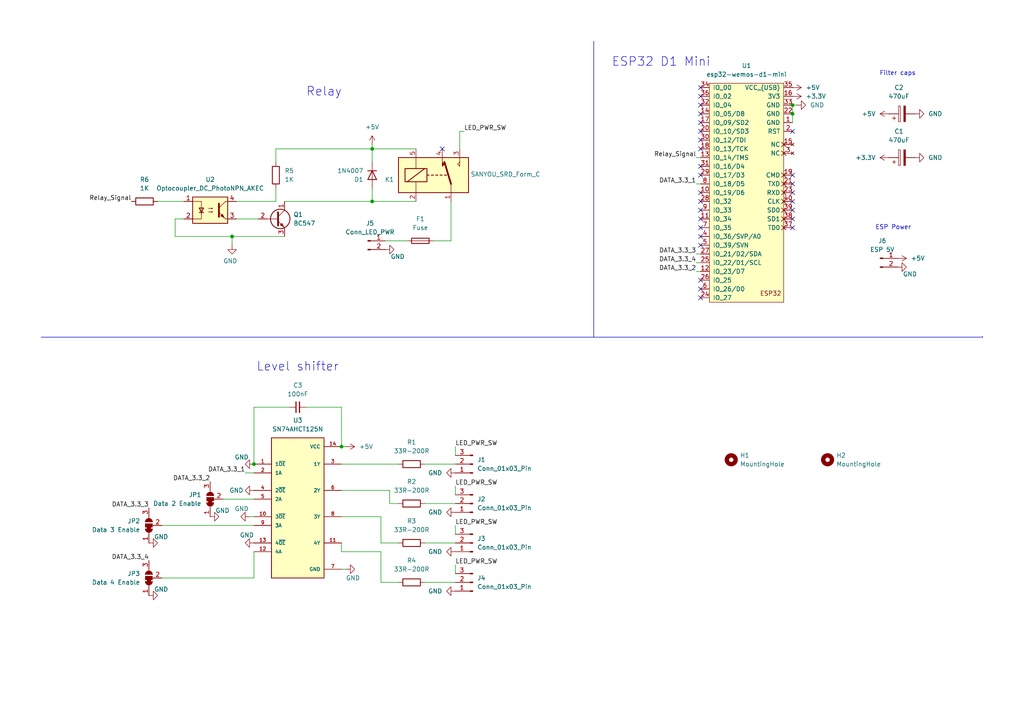
<source format=kicad_sch>
(kicad_sch (version 20250114) (generator "eeschema") (generator_version "9.0")
  (paper "A4")
  (title_block (title "ESP32-ALED-Controller") (date "2025-11-28") (rev "V1.1") (company "Teknikens Hus"))
  (lib_symbols
    (symbol "Connector:Conn_01x02_Pin" (pin_names (offset 1.016) (hide yes))
      (property "Reference" "J" (at 0 2.54 0))
      (property "Value" "Conn_01x02_Pin" (at 0 -5.08 0))
      (symbol "Conn_01x02_Pin_1_1"
        (rectangle (start 0.8636 0.127) (end 0 -0.127) (stroke (width 0.1524)) (fill (type outline)))
        (rectangle (start 0.8636 -2.413) (end 0 -2.667) (stroke (width 0.1524)) (fill (type outline)))
        (polyline (pts (xy 1.27 0) (xy 0.8636 0)) (stroke (width 0.1524)))
        (polyline (pts (xy 1.27 -2.54) (xy 0.8636 -2.54)) (stroke (width 0.1524)))
        (pin passive line (at 5.08 0 180) (length 3.81) (name "Pin_1") (number "1"))
        (pin passive line (at 5.08 -2.54 180) (length 3.81) (name "Pin_2") (number "2"))
      )
    )
    (symbol "Connector:Conn_01x03_Pin" (pin_names (offset 1.016) (hide yes))
      (property "Reference" "J" (at 0 5.08 0))
      (property "Value" "Conn_01x03_Pin" (at 0 -5.08 0))
      (symbol "Conn_01x03_Pin_1_1"
        (rectangle (start 0.8636 2.667) (end 0 2.413) (stroke (width 0.1524)) (fill (type outline)))
        (rectangle (start 0.8636 0.127) (end 0 -0.127) (stroke (width 0.1524)) (fill (type outline)))
        (rectangle (start 0.8636 -2.413) (end 0 -2.667) (stroke (width 0.1524)) (fill (type outline)))
        (polyline (pts (xy 1.27 2.54) (xy 0.8636 2.54)) (stroke (width 0.1524)))
        (polyline (pts (xy 1.27 0) (xy 0.8636 0)) (stroke (width 0.1524)))
        (polyline (pts (xy 1.27 -2.54) (xy 0.8636 -2.54)) (stroke (width 0.1524)))
        (pin passive line (at 5.08 2.54 180) (length 3.81) (name "Pin_1") (number "1"))
        (pin passive line (at 5.08 0 180) (length 3.81) (name "Pin_2") (number "2"))
        (pin passive line (at 5.08 -2.54 180) (length 3.81) (name "Pin_3") (number "3"))
      )
    )
    (symbol "Device:C_Polarized" (pin_numbers (hide yes)) (pin_names (offset 0.254))
      (property "Reference" "C" (at 0.635 2.54 0))
      (property "Value" "C_Polarized" (at 0.635 -2.54 0))
      (symbol "C_Polarized_0_1"
        (rectangle (start -2.286 0.508) (end 2.286 1.016))
        (polyline (pts (xy -1.778 2.286) (xy -0.762 2.286)))
        (polyline (pts (xy -1.27 2.794) (xy -1.27 1.778)))
        (rectangle (start 2.286 -0.508) (end -2.286 -1.016) (fill (type outline)))
      )
      (symbol "C_Polarized_1_1"
        (pin passive line (at 0 3.81 270) (length 2.794) (name "~") (number "1"))
        (pin passive line (at 0 -3.81 90) (length 2.794) (name "~") (number "2"))
      )
    )
    (symbol "Device:C_Small" (pin_numbers (hide yes)) (pin_names (offset 0.254) (hide yes))
      (property "Reference" "C" (at 0.254 1.778 0))
      (property "Value" "C_Small" (at 0.254 -2.032 0))
      (symbol "C_Small_0_1"
        (polyline (pts (xy -1.524 0.508) (xy 1.524 0.508)) (stroke (width 0.3048)))
        (polyline (pts (xy -1.524 -0.508) (xy 1.524 -0.508)) (stroke (width 0.3302)))
      )
      (symbol "C_Small_1_1"
        (pin passive line (at 0 2.54 270) (length 2.032) (name "~") (number "1"))
        (pin passive line (at 0 -2.54 90) (length 2.032) (name "~") (number "2"))
      )
    )
    (symbol "Device:Fuse" (pin_numbers (hide yes)) (pin_names (offset 0))
      (property "Reference" "F" (at 2.032 0 90))
      (property "Value" "Fuse" (at -1.905 0 90))
      (symbol "Fuse_0_1"
        (rectangle (start -0.762 -2.54) (end 0.762 2.54) (stroke (width 0.254)))
        (polyline (pts (xy 0 2.54) (xy 0 -2.54)))
      )
      (symbol "Fuse_1_1"
        (pin passive line (at 0 3.81 270) (length 1.27) (name "~") (number "1"))
        (pin passive line (at 0 -3.81 90) (length 1.27) (name "~") (number "2"))
      )
    )
    (symbol "Device:R" (pin_numbers (hide yes)) (pin_names (offset 0))
      (property "Reference" "R" (at 2.032 0 90))
      (property "Value" "R" (at 0 0 90))
      (symbol "R_0_1"
        (rectangle (start -1.016 -2.54) (end 1.016 2.54) (stroke (width 0.254)))
      )
      (symbol "R_1_1"
        (pin passive line (at 0 3.81 270) (length 1.27) (name "~") (number "1"))
        (pin passive line (at 0 -3.81 90) (length 1.27) (name "~") (number "2"))
      )
    )
    (symbol "Diode:1N4007" (pin_numbers (hide yes)) (pin_names (hide yes))
      (property "Reference" "D" (at 0 2.54 0))
      (property "Value" "1N4007" (at 0 -2.54 0))
      (symbol "1N4007_0_1"
        (polyline (pts (xy -1.27 1.27) (xy -1.27 -1.27)) (stroke (width 0.254)))
        (polyline (pts (xy 1.27 1.27) (xy 1.27 -1.27) (xy -1.27 0) (xy 1.27 1.27)) (stroke (width 0.254)))
        (polyline (pts (xy 1.27 0) (xy -1.27 0)))
      )
      (symbol "1N4007_1_1"
        (pin passive line (at -3.81 0 0) (length 2.54) (name "K") (number "1"))
        (pin passive line (at 3.81 0 180) (length 2.54) (name "A") (number "2"))
      )
    )
    (symbol "Isolator:Optocoupler_DC_PhotoNPN_AKEC"
      (property "Reference" "U" (at -5.08 5.08 0))
      (property "Value" "Optocoupler_DC_PhotoNPN_AKEC" (at 0 5.08 0))
      (symbol "Optocoupler_DC_PhotoNPN_AKEC_0_1"
        (rectangle (start -5.08 3.81) (end 5.08 -3.81) (stroke (width 0.254)) (fill (type background)))
        (polyline (pts (xy -5.08 2.54) (xy -2.54 2.54) (xy -2.54 -1.27) (xy -2.54 0.635)))
        (polyline (pts (xy -3.175 -0.635) (xy -1.905 -0.635)) (stroke (width 0.254)))
        (polyline (pts (xy -2.54 -0.635) (xy -2.54 -2.54) (xy -5.08 -2.54)))
        (polyline (pts (xy -2.54 -0.635) (xy -3.175 0.635) (xy -1.905 0.635) (xy -2.54 -0.635)) (stroke (width 0.254)))
        (polyline (pts (xy -0.508 0.508) (xy 0.762 0.508) (xy 0.381 0.381) (xy 0.381 0.635) (xy 0.762 0.508)))
        (polyline (pts (xy -0.508 -0.508) (xy 0.762 -0.508) (xy 0.381 -0.635) (xy 0.381 -0.381) (xy 0.762 -0.508)))
        (polyline (pts (xy 2.54 1.905) (xy 2.54 -1.905)) (stroke (width 0.508)))
        (polyline (pts (xy 2.54 0.635) (xy 4.445 2.54)))
        (polyline (pts (xy 3.048 -1.651) (xy 3.556 -1.143) (xy 4.064 -2.159) (xy 3.048 -1.651)) (fill (type outline)))
        (polyline (pts (xy 4.445 2.54) (xy 5.08 2.54)))
        (polyline (pts (xy 4.445 -2.54) (xy 2.54 -0.635)) (fill (type outline)))
        (polyline (pts (xy 4.445 -2.54) (xy 5.08 -2.54)))
      )
      (symbol "Optocoupler_DC_PhotoNPN_AKEC_1_1"
        (pin passive line (at -7.62 2.54 0) (length 2.54) (name "~") (number "1"))
        (pin passive line (at -7.62 -2.54 0) (length 2.54) (name "~") (number "2"))
        (pin passive line (at 7.62 2.54 180) (length 2.54) (name "~") (number "4"))
        (pin passive line (at 7.62 -2.54 180) (length 2.54) (name "~") (number "3"))
      )
    )
    (symbol "Jumper:SolderJumper_3_Bridged12" (pin_names (offset 0) (hide yes)) (in_bom no)
      (property "Reference" "JP" (at -2.54 -2.54 0))
      (property "Value" "SolderJumper_3_Bridged12" (at 0 2.794 0))
      (symbol "SolderJumper_3_Bridged12_0_1"
        (polyline (pts (xy -2.54 0) (xy -2.032 0)))
        (polyline (pts (xy -1.016 1.016) (xy -1.016 -1.016)))
        (rectangle (start -1.016 0.508) (end -0.508 -0.508) (fill (type outline)))
        (arc (start -1.016 -1.016) (mid -2.0276 0) (end -1.016 1.016))
        (arc (start -1.016 -1.016) (mid -2.0276 0) (end -1.016 1.016) (fill (type outline)))
        (rectangle (start -0.508 1.016) (end 0.508 -1.016) (fill (type outline)))
        (polyline (pts (xy 0 -1.27) (xy 0 -1.016)))
        (arc (start 1.016 1.016) (mid 2.0276 0) (end 1.016 -1.016))
        (arc (start 1.016 1.016) (mid 2.0276 0) (end 1.016 -1.016) (fill (type outline)))
        (polyline (pts (xy 1.016 1.016) (xy 1.016 -1.016)))
        (polyline (pts (xy 2.54 0) (xy 2.032 0)))
      )
      (symbol "SolderJumper_3_Bridged12_1_1"
        (pin passive line (at -5.08 0 0) (length 2.54) (name "A") (number "1"))
        (pin passive line (at 0 -3.81 90) (length 2.54) (name "C") (number "2"))
        (pin passive line (at 5.08 0 180) (length 2.54) (name "B") (number "3"))
      )
    )
    (symbol "Mechanical:MountingHole" (pin_names (offset 1.016)) (in_bom no)
      (property "Reference" "H" (at 0 5.08 0))
      (property "Value" "MountingHole" (at 0 3.175 0))
      (symbol "MountingHole_0_1"
        (circle (center 0 0) (radius 1.27) (stroke (width 1.27)))
      )
    )
    (symbol "Relay:SANYOU_SRD_Form_C"
      (property "Reference" "K" (at 11.43 3.81 0))
      (property "Value" "SANYOU_SRD_Form_C" (at 11.43 1.27 0))
      (symbol "SANYOU_SRD_Form_C_0_0"
        (polyline (pts (xy 7.62 5.08) (xy 7.62 2.54) (xy 6.985 3.175) (xy 7.62 3.81)))
      )
      (symbol "SANYOU_SRD_Form_C_0_1"
        (rectangle (start -10.16 5.08) (end 10.16 -5.08) (stroke (width 0.254)) (fill (type background)))
        (rectangle (start -8.255 1.905) (end -1.905 -1.905) (stroke (width 0.254)))
        (polyline (pts (xy -7.62 -1.905) (xy -2.54 1.905)) (stroke (width 0.254)))
        (polyline (pts (xy -5.08 5.08) (xy -5.08 1.905)))
        (polyline (pts (xy -5.08 -5.08) (xy -5.08 -1.905)))
        (polyline (pts (xy -1.905 0) (xy -1.27 0)) (stroke (width 0.254)))
        (polyline (pts (xy -0.635 0) (xy 0 0)) (stroke (width 0.254)))
        (polyline (pts (xy 0.635 0) (xy 1.27 0)) (stroke (width 0.254)))
        (polyline (pts (xy 1.905 0) (xy 2.54 0)) (stroke (width 0.254)))
        (polyline (pts (xy 3.175 0) (xy 3.81 0)) (stroke (width 0.254)))
        (polyline (pts (xy 5.08 -2.54) (xy 3.175 3.81)) (stroke (width 0.508)))
        (polyline (pts (xy 5.08 -2.54) (xy 5.08 -5.08)))
      )
      (symbol "SANYOU_SRD_Form_C_1_1"
        (polyline (pts (xy 2.54 3.81) (xy 3.175 3.175) (xy 2.54 2.54) (xy 2.54 5.08)) (fill (type outline)))
        (pin passive line (at -5.08 7.62 270) (length 2.54) (name "~") (number "5"))
        (pin passive line (at -5.08 -7.62 90) (length 2.54) (name "~") (number "2"))
        (pin passive line (at 2.54 7.62 270) (length 2.54) (name "~") (number "4"))
        (pin passive line (at 5.08 -7.62 90) (length 2.54) (name "~") (number "1"))
        (pin passive line (at 7.62 7.62 270) (length 2.54) (name "~") (number "3"))
      )
    )
    (symbol "SN74ACT125N:SN74AHCT125N" (pin_names (offset 1.016))
      (property "Reference" "U" (at -7.62 21.082 0))
      (property "Value" "SN74AHCT125N" (at -7.62 -22.86 0))
      (symbol "SN74AHCT125N_0_0"
        (rectangle (start -7.62 -20.32) (end 7.62 20.32) (stroke (width 0.254)) (fill (type background)))
        (pin input line (at -12.7 12.7 0) (length 5.08) (name "1~{OE}") (number "1"))
        (pin input line (at -12.7 10.16 0) (length 5.08) (name "1A") (number "2"))
        (pin input line (at -12.7 5.08 0) (length 5.08) (name "2~{OE}") (number "4"))
        (pin input line (at -12.7 2.54 0) (length 5.08) (name "2A") (number "5"))
        (pin input line (at -12.7 -2.54 0) (length 5.08) (name "3~{OE}") (number "10"))
        (pin input line (at -12.7 -5.08 0) (length 5.08) (name "3A") (number "9"))
        (pin input line (at -12.7 -10.16 0) (length 5.08) (name "4~{OE}") (number "13"))
        (pin input line (at -12.7 -12.7 0) (length 5.08) (name "4A") (number "12"))
        (pin power_in line (at 12.7 17.78 180) (length 5.08) (name "VCC") (number "14"))
        (pin output line (at 12.7 12.7 180) (length 5.08) (name "1Y") (number "3"))
        (pin output line (at 12.7 5.08 180) (length 5.08) (name "2Y") (number "6"))
        (pin output line (at 12.7 -2.54 180) (length 5.08) (name "3Y") (number "8"))
        (pin output line (at 12.7 -10.16 180) (length 5.08) (name "4Y") (number "11"))
        (pin power_in line (at 12.7 -17.78 180) (length 5.08) (name "GND") (number "7"))
      )
    )
    (symbol "Transistor_BJT:BC547" (pin_names (offset 0) (hide yes))
      (property "Reference" "Q" (at 5.08 1.905 0))
      (property "Value" "BC547" (at 5.08 0 0))
      (symbol "BC547_0_1"
        (polyline (pts (xy -2.54 0) (xy 0.635 0)))
        (polyline (pts (xy 0.635 1.905) (xy 0.635 -1.905)) (stroke (width 0.508)))
        (circle (center 1.27 0) (radius 2.8194) (stroke (width 0.254)))
      )
      (symbol "BC547_1_1"
        (polyline (pts (xy 0.635 0.635) (xy 2.54 2.54)))
        (polyline (pts (xy 0.635 -0.635) (xy 2.54 -2.54)))
        (polyline (pts (xy 1.27 -1.778) (xy 1.778 -1.27) (xy 2.286 -2.286) (xy 1.27 -1.778)) (fill (type outline)))
        (pin input line (at -5.08 0 0) (length 2.54) (name "B") (number "2"))
        (pin passive line (at 2.54 5.08 270) (length 2.54) (name "C") (number "1"))
        (pin passive line (at 2.54 -5.08 90) (length 2.54) (name "E") (number "3"))
      )
    )
    (symbol "esp32-wemos-d1-mini:esp32-wemos-d1-mini" (pin_names (offset 1.016))
      (property "Reference" "U" (at -7.62 -50.8 0))
      (property "Value" "esp32-wemos-d1-mini" (at 5.08 -59.69 0))
      (symbol "esp32-wemos-d1-mini_0_0"
        (text "ESP32" (at 7.62 -62.23 0) (effects (font (size 1.27 1.27))))
        (pin bidirectional line (at -12.7 -45.72 0) (length 2.54) (name "IO_36/SVP/A0") (number "4"))
        (pin bidirectional line (at -12.7 -48.26 0) (length 2.54) (name "IO_39/SVN") (number "5"))
        (pin power_in line (at 13.97 -12.7 180) (length 2.54) (name "GND") (number "1"))
        (pin input line (at 13.97 -15.24 180) (length 2.54) (name "RST") (number "2"))
        (pin no_connect non_logic (at 13.97 -21.59 180) (length 2.54) (name "NC") (number "3"))
      )
      (symbol "esp32-wemos-d1-mini_0_1"
        (rectangle (start -10.16 -1.27) (end 11.43 -64.77) (fill (type background)))
      )
      (symbol "esp32-wemos-d1-mini_1_1"
        (pin bidirectional line (at -12.7 -2.54 0) (length 2.54) (name "IO_00") (number "34"))
        (pin bidirectional line (at -12.7 -5.08 0) (length 2.54) (name "IO_02") (number "36"))
        (pin bidirectional line (at -12.7 -7.62 0) (length 2.54) (name "IO_04") (number "32"))
        (pin bidirectional line (at -12.7 -10.16 0) (length 2.54) (name "IO_05/D8") (number "14"))
        (pin bidirectional line (at -12.7 -12.7 0) (length 2.54) (name "IO_09/SD2") (number "17"))
        (pin bidirectional line (at -12.7 -15.24 0) (length 2.54) (name "IO_10/SD3") (number "20"))
        (pin bidirectional line (at -12.7 -17.78 0) (length 2.54) (name "IO_12/TDI") (number "30"))
        (pin bidirectional line (at -12.7 -20.32 0) (length 2.54) (name "IO_13/TCK") (number "18"))
        (pin bidirectional line (at -12.7 -22.86 0) (length 2.54) (name "IO_14/TMS") (number "13"))
        (pin bidirectional line (at -12.7 -25.4 0) (length 2.54) (name "IO_16/D4") (number "31"))
        (pin bidirectional line (at -12.7 -27.94 0) (length 2.54) (name "IO_17/D3") (number "29"))
        (pin bidirectional line (at -12.7 -30.48 0) (length 2.54) (name "IO_18/D5") (number "8"))
        (pin bidirectional line (at -12.7 -33.02 0) (length 2.54) (name "IO_19/D6") (number "10"))
        (pin bidirectional line (at -12.7 -35.56 0) (length 2.54) (name "IO_32") (number "28"))
        (pin bidirectional line (at -12.7 -38.1 0) (length 2.54) (name "IO_33") (number "9"))
        (pin bidirectional line (at -12.7 -40.64 0) (length 2.54) (name "IO_34") (number "11"))
        (pin bidirectional line (at -12.7 -43.18 0) (length 2.54) (name "IO_35") (number "7"))
        (pin bidirectional line (at -12.7 -50.8 0) (length 2.54) (name "IO_21/D2/SDA") (number "27"))
        (pin bidirectional line (at -12.7 -53.34 0) (length 2.54) (name "IO_22/D1/SCL") (number "25"))
        (pin bidirectional line (at -12.7 -55.88 0) (length 2.54) (name "IO_23/D7") (number "12"))
        (pin bidirectional line (at -12.7 -58.42 0) (length 2.54) (name "IO_25") (number "26"))
        (pin bidirectional line (at -12.7 -60.96 0) (length 2.54) (name "IO_26/D0") (number "6"))
        (pin bidirectional line (at -12.7 -63.5 0) (length 2.54) (name "IO_27") (number "24"))
        (pin power_in line (at 13.97 -2.54 180) (length 2.54) (name "VCC_(USB)") (number "35"))
        (pin power_in line (at 13.97 -5.08 180) (length 2.54) (name "3V3") (number "16"))
        (pin power_in line (at 13.97 -7.62 180) (length 2.54) (name "GND") (number "33"))
        (pin power_in line (at 13.97 -10.16 180) (length 2.54) (name "GND") (number "22"))
        (pin no_connect non_logic (at 13.97 -19.05 180) (length 2.54) (name "NC") (number "15"))
        (pin passive non_logic (at 13.97 -27.94 180) (length 2.54) (name "CMD") (number "19"))
        (pin passive non_logic (at 13.97 -30.48 180) (length 2.54) (name "TXD") (number "21"))
        (pin passive non_logic (at 13.97 -33.02 180) (length 2.54) (name "RXD") (number "23"))
        (pin passive non_logic (at 13.97 -35.56 180) (length 2.54) (name "CLK") (number "40"))
        (pin passive non_logic (at 13.97 -38.1 180) (length 2.54) (name "SD0") (number "39"))
        (pin passive non_logic (at 13.97 -40.64 180) (length 2.54) (name "SD1") (number "38"))
        (pin passive non_logic (at 13.97 -43.18 180) (length 2.54) (name "TD0") (number "37"))
      )
    )
    (symbol "power:+3.3V" (power) (pin_numbers (hide yes)) (pin_names (offset 0) (hide yes))
      (property "Value" "+3.3V" (at 0 3.556 0))
      (symbol "+3.3V_0_1"
        (polyline (pts (xy -0.762 1.27) (xy 0 2.54)))
        (polyline (pts (xy 0 2.54) (xy 0.762 1.27)))
        (polyline (pts (xy 0 0) (xy 0 2.54)))
      )
      (symbol "+3.3V_1_1"
        (pin power_in line (at 0 0 90) (length 0) (name "~") (number "1"))
      )
    )
    (symbol "power:+5V" (power) (pin_numbers (hide yes)) (pin_names (offset 0) (hide yes))
      (property "Value" "+5V" (at 0 3.556 0))
      (symbol "+5V_0_1"
        (polyline (pts (xy -0.762 1.27) (xy 0 2.54)))
        (polyline (pts (xy 0 2.54) (xy 0.762 1.27)))
        (polyline (pts (xy 0 0) (xy 0 2.54)))
      )
      (symbol "+5V_1_1"
        (pin power_in line (at 0 0 90) (length 0) (name "~") (number "1"))
      )
    )
    (symbol "power:GND" (power) (pin_numbers (hide yes)) (pin_names (offset 0) (hide yes))
      (property "Value" "GND" (at 0 -3.81 0))
      (symbol "GND_0_1"
        (polyline (pts (xy 0 0) (xy 0 -1.27) (xy 1.27 -1.27) (xy 0 -2.54) (xy -1.27 -1.27) (xy 0 -1.27)))
      )
      (symbol "GND_1_1"
        (pin power_in line (at 0 0 270) (length 0) (name "~") (number "1"))
      )
    )
  )
  (text "ESP Power" (at 259.08 66.04 0) (effects (font (size 1.27 1.27))))
  (text "Filter caps" (at 260.35 21.336 0) (effects (font (size 1.27 1.27))))
  (text "ESP32 D1 Mini\n" (at 191.77 18.034 0) (effects (font (size 2.54 2.54))))
  (text "Relay\n" (at 93.98 26.67 0) (effects (font (size 2.54 2.54))))
  (text "Level shifter" (at 86.36 106.426 0) (effects (font (size 2.54 2.54))))
  (junction (at 107.95 58.42))
  (junction (at 99.06 129.54))
  (junction (at 73.66 134.62))
  (junction (at 67.31 68.58))
  (junction (at 229.87 30.48))
  (junction (at 229.87 33.02))
  (junction (at 107.95 43.18))
  (no_connect (at 203.2 38.1))
  (no_connect (at 229.87 55.88))
  (no_connect (at 203.2 71.12))
  (no_connect (at 229.87 63.5))
  (no_connect (at 229.87 58.42))
  (no_connect (at 203.2 55.88))
  (no_connect (at 229.87 38.1))
  (no_connect (at 203.2 81.28))
  (no_connect (at 203.2 63.5))
  (no_connect (at 203.2 58.42))
  (no_connect (at 203.2 60.96))
  (no_connect (at 203.2 43.18))
  (no_connect (at 229.87 50.8))
  (no_connect (at 203.2 33.02))
  (no_connect (at 203.2 68.58))
  (no_connect (at 203.2 48.26))
  (no_connect (at 203.2 27.94))
  (no_connect (at 203.2 40.64))
  (no_connect (at 229.87 53.34))
  (no_connect (at 229.87 66.04))
  (no_connect (at 229.87 60.96))
  (no_connect (at 203.2 83.82))
  (no_connect (at 203.2 30.48))
  (no_connect (at 203.2 35.56))
  (no_connect (at 203.2 66.04))
  (no_connect (at 203.2 25.4))
  (no_connect (at 203.2 86.36))
  (no_connect (at 203.2 50.8))
  (no_connect (at 128.27 43.18))
  (polyline (pts (xy 172.212 97.79) (xy 284.988 97.79)))
  (wire (pts (xy 80.01 43.18) (xy 80.01 46.99)))
  (wire (pts (xy 120.65 58.42) (xy 107.95 58.42)))
  (wire (pts (xy 231.14 30.48) (xy 229.87 30.48)))
  (wire (pts (xy 201.93 45.72) (xy 203.2 45.72)))
  (wire (pts (xy 80.01 43.18) (xy 107.95 43.18)))
  (wire (pts (xy 229.87 33.02) (xy 229.87 35.56)))
  (wire (pts (xy 123.19 134.62) (xy 132.08 134.62)))
  (wire (pts (xy 99.06 134.62) (xy 115.57 134.62)))
  (wire (pts (xy 73.66 167.64) (xy 73.66 160.02)))
  (polyline (pts (xy 11.938 97.79) (xy 172.212 97.79)))
  (wire (pts (xy 107.95 41.91) (xy 107.95 43.18)))
  (wire (pts (xy 123.19 146.05) (xy 132.08 146.05)))
  (wire (pts (xy 100.33 165.1) (xy 99.06 165.1)))
  (wire (pts (xy 132.08 140.97) (xy 132.08 143.51)))
  (wire (pts (xy 46.99 152.4) (xy 73.66 152.4)))
  (wire (pts (xy 107.95 46.99) (xy 107.95 43.18)))
  (wire (pts (xy 99.06 142.24) (xy 113.03 142.24)))
  (wire (pts (xy 201.93 73.66) (xy 203.2 73.66)))
  (wire (pts (xy 64.77 144.78) (xy 73.66 144.78)))
  (wire (pts (xy 99.06 149.86) (xy 110.49 149.86)))
  (wire (pts (xy 50.8 63.5) (xy 50.8 68.58)))
  (wire (pts (xy 130.81 69.85) (xy 130.81 58.42)))
  (wire (pts (xy 82.55 58.42) (xy 107.95 58.42)))
  (wire (pts (xy 67.31 68.58) (xy 82.55 68.58)))
  (wire (pts (xy 201.93 53.34) (xy 203.2 53.34)))
  (wire (pts (xy 110.49 160.02) (xy 110.49 168.91)))
  (wire (pts (xy 80.01 58.42) (xy 80.01 54.61)))
  (wire (pts (xy 123.19 157.48) (xy 132.08 157.48)))
  (wire (pts (xy 68.58 63.5) (xy 74.93 63.5)))
  (wire (pts (xy 110.49 149.86) (xy 110.49 157.48)))
  (polyline (pts (xy 172.212 11.938) (xy 172.212 97.79)))
  (wire (pts (xy 99.06 160.02) (xy 99.06 157.48)))
  (wire (pts (xy 68.58 58.42) (xy 80.01 58.42)))
  (wire (pts (xy 71.12 137.16) (xy 73.66 137.16)))
  (wire (pts (xy 110.49 157.48) (xy 115.57 157.48)))
  (wire (pts (xy 107.95 43.18) (xy 120.65 43.18)))
  (polyline (pts (xy 284.988 97.536) (xy 284.988 97.79)))
  (wire (pts (xy 132.08 152.4) (xy 132.08 154.94)))
  (wire (pts (xy 53.34 63.5) (xy 50.8 63.5)))
  (wire (pts (xy 99.06 118.11) (xy 99.06 129.54)))
  (wire (pts (xy 201.93 78.74) (xy 203.2 78.74)))
  (wire (pts (xy 73.66 118.11) (xy 73.66 134.62)))
  (wire (pts (xy 201.93 76.2) (xy 203.2 76.2)))
  (wire (pts (xy 72.39 149.86) (xy 73.66 149.86)))
  (wire (pts (xy 133.35 38.1) (xy 134.62 38.1)))
  (wire (pts (xy 83.82 118.11) (xy 73.66 118.11)))
  (wire (pts (xy 229.87 30.48) (xy 229.87 33.02)))
  (wire (pts (xy 107.95 58.42) (xy 107.95 54.61)))
  (wire (pts (xy 111.76 69.85) (xy 118.11 69.85)))
  (wire (pts (xy 100.33 129.54) (xy 99.06 129.54)))
  (wire (pts (xy 67.31 71.12) (xy 67.31 68.58)))
  (wire (pts (xy 50.8 68.58) (xy 67.31 68.58)))
  (wire (pts (xy 46.99 167.64) (xy 73.66 167.64)))
  (wire (pts (xy 123.19 168.91) (xy 132.08 168.91)))
  (wire (pts (xy 45.72 58.42) (xy 53.34 58.42)))
  (wire (pts (xy 133.35 43.18) (xy 133.35 38.1)))
  (wire (pts (xy 132.08 129.54) (xy 132.08 132.08)))
  (wire (pts (xy 110.49 168.91) (xy 115.57 168.91)))
  (wire (pts (xy 99.06 160.02) (xy 110.49 160.02)))
  (wire (pts (xy 113.03 142.24) (xy 113.03 146.05)))
  (wire (pts (xy 88.9 118.11) (xy 99.06 118.11)))
  (wire (pts (xy 113.03 146.05) (xy 115.57 146.05)))
  (wire (pts (xy 125.73 69.85) (xy 130.81 69.85)))
  (wire (pts (xy 132.08 163.83) (xy 132.08 166.37)))
  (label "DATA_3.3_3" (at 43.18 147.32 180))
  (label "DATA_3.3_1" (at 201.93 53.34 180))
  (label "DATA_3.3_2" (at 60.96 139.7 180))
  (label "LED_PWR_SW" (at 134.62 38.1 0))
  (label "DATA_3.3_3" (at 201.93 73.66 180))
  (label "Relay_Signal" (at 38.1 58.42 180))
  (label "LED_PWR_SW" (at 132.08 152.4 0))
  (label "DATA_3.3_1" (at 71.12 137.16 180))
  (label "DATA_3.3_4" (at 201.93 76.2 180))
  (label "LED_PWR_SW" (at 132.08 129.54 0))
  (label "LED_PWR_SW" (at 132.08 163.83 0))
  (label "LED_PWR_SW" (at 132.08 140.97 0))
  (label "DATA_3.3_2" (at 201.93 78.74 180))
  (label "DATA_3.3_4" (at 43.18 162.56 180))
  (label "Relay_Signal" (at 201.93 45.72 180))
  (symbol (lib_id "Connector:Conn_01x03_Pin") (at 137.16 146.05 180) (unit 1)
    (property "Reference" "J2" (at 138.43 144.7799 0) (effects (justify right)))
    (property "Value" "Conn_01x03_Pin" (at 138.43 147.3199 0) (effects (justify right)))
    (property "Footprint" "TerminalBlock:TerminalBlock_MaiXu_MX126-5.0-03P_1x03_P5.00mm" (effects (hide yes)))
    (property "Description" "Generic connector, single row, 01x03, script generated" (effects (hide yes)))
  )
  (symbol (lib_id "Device:R") (at 119.38 168.91 90) (unit 1)
    (property "Reference" "R4" (at 119.38 162.56 90))
    (property "Value" "33R-200R" (at 119.38 165.1 90))
    (property "Footprint" "Resistor_THT:R_Axial_DIN0207_L6.3mm_D2.5mm_P10.16mm_Horizontal" (effects (hide yes)))
    (property "Description" "Resistor" (effects (hide yes)))
  )
  (symbol (lib_id "power:GND") (at 73.66 134.62 270) (unit 1)
    (property "Reference" "#PWR09" (effects (hide yes)))
    (property "Value" "GND" (at 72.136 132.588 90) (effects (justify right)))
    (property "Description" "Power symbol creates a global label with name \"GND\" , ground" (effects (hide yes)))
  )
  (symbol (lib_id "power:+5V") (at 100.33 129.54 270) (unit 1)
    (property "Reference" "#PWR08" (effects (hide yes)))
    (property "Value" "+5V" (at 104.14 129.5399 90) (effects (justify left)))
    (property "Description" "Power symbol creates a global label with name \"+5V\"" (effects (hide yes)))
  )
  (symbol (lib_id "power:GND") (at 265.43 45.72 90) (unit 1)
    (property "Reference" "#PWR03" (effects (hide yes)))
    (property "Value" "GND" (at 269.24 45.7199 90) (effects (justify right)))
    (property "Description" "Power symbol creates a global label with name \"GND\" , ground" (effects (hide yes)))
  )
  (symbol (lib_id "power:GND") (at 111.76 72.39 90) (unit 1)
    (property "Reference" "#PWR021" (effects (hide yes)))
    (property "Value" "GND" (at 113.284 74.422 90) (effects (justify right)))
    (property "Description" "Power symbol creates a global label with name \"GND\" , ground" (effects (hide yes)))
  )
  (symbol (lib_id "Relay:SANYOU_SRD_Form_C") (at 125.73 50.8 0) (unit 1)
    (property "Reference" "K1" (at 114.3 52.0701 0) (effects (justify right)))
    (property "Value" "SANYOU_SRD_Form_C" (at 156.718 50.546 0) (effects (justify right)))
    (property "Footprint" "Relay_THT:Relay_SPDT_SANYOU_SRD_Series_Form_C" (effects (hide yes)))
    (property "Datasheet" "http://www.sanyourelay.ca/public/products/pdf/SRD.pdf" (effects (hide yes)))
    (property "Description" "Sanyo SRD relay, Single Pole Miniature Power Relay," (effects (hide yes)))
  )
  (symbol (lib_id "Connector:Conn_01x03_Pin") (at 137.16 134.62 180) (unit 1)
    (property "Reference" "J1" (at 138.43 133.3499 0) (effects (justify right)))
    (property "Value" "Conn_01x03_Pin" (at 138.43 135.8899 0) (effects (justify right)))
    (property "Footprint" "TerminalBlock:TerminalBlock_MaiXu_MX126-5.0-03P_1x03_P5.00mm" (effects (hide yes)))
    (property "Description" "Generic connector, single row, 01x03, script generated" (effects (hide yes)))
  )
  (symbol (lib_id "Device:C_Polarized") (at 261.62 45.72 90) (unit 1)
    (property "Reference" "C1" (at 260.731 38.1 90))
    (property "Value" "470uF" (at 260.731 40.64 90))
    (property "Footprint" "Capacitor_THT:CP_Radial_D8.0mm_P3.50mm" (effects (hide yes)))
    (property "Description" "Polarized capacitor" (effects (hide yes)))
  )
  (symbol (lib_id "power:GND") (at 100.33 165.1 90) (unit 1)
    (property "Reference" "#PWR010" (effects (hide yes)))
    (property "Value" "GND" (at 100.33 167.64 90) (effects (justify right)))
    (property "Description" "Power symbol creates a global label with name \"GND\" , ground" (effects (hide yes)))
  )
  (symbol (lib_id "Diode:1N4007") (at 107.95 50.8 270) (unit 1)
    (property "Reference" "D1" (at 105.41 52.0701 90) (effects (justify right)))
    (property "Value" "1N4007" (at 105.41 49.5301 90) (effects (justify right)))
    (property "Footprint" "Diode_THT:D_DO-41_SOD81_P10.16mm_Horizontal" (effects (hide yes)))
    (property "Datasheet" "http://www.vishay.com/docs/88503/1n4001.pdf" (effects (hide yes)))
    (property "Description" "1000V 1A General Purpose Rectifier Diode, DO-41" (effects (hide yes)))
    (property "Sim.Device" "D" (effects (hide yes)))
    (property "Sim.Pins" "1=K 2=A" (effects (hide yes)))
  )
  (symbol (lib_id "power:GND") (at 73.66 157.48 270) (unit 1)
    (property "Reference" "#PWR013" (effects (hide yes)))
    (property "Value" "GND" (at 73.66 155.194 90) (effects (justify right)))
    (property "Description" "Power symbol creates a global label with name \"GND\" , ground" (effects (hide yes)))
  )
  (symbol (lib_id "power:GND") (at 72.39 149.86 270) (unit 1)
    (property "Reference" "#PWR012" (effects (hide yes)))
    (property "Value" "GND" (at 72.136 147.574 90) (effects (justify right)))
    (property "Description" "Power symbol creates a global label with name \"GND\" , ground" (effects (hide yes)))
  )
  (symbol (lib_id "Device:R") (at 119.38 157.48 90) (unit 1)
    (property "Reference" "R3" (at 119.38 151.13 90))
    (property "Value" "33R-200R" (at 119.38 153.67 90))
    (property "Footprint" "Resistor_THT:R_Axial_DIN0207_L6.3mm_D2.5mm_P10.16mm_Horizontal" (effects (hide yes)))
    (property "Description" "Resistor" (effects (hide yes)))
  )
  (symbol (lib_id "power:GND") (at 132.08 160.02 270) (unit 1)
    (property "Reference" "#PWR019" (effects (hide yes)))
    (property "Value" "GND" (at 128.27 160.0199 90) (effects (justify right)))
    (property "Description" "Power symbol creates a global label with name \"GND\" , ground" (effects (hide yes)))
  )
  (symbol (lib_id "power:GND") (at 132.08 171.45 270) (unit 1)
    (property "Reference" "#PWR020" (effects (hide yes)))
    (property "Value" "GND" (at 128.27 171.4499 90) (effects (justify right)))
    (property "Description" "Power symbol creates a global label with name \"GND\" , ground" (effects (hide yes)))
  )
  (symbol (lib_id "power:GND") (at 132.08 137.16 270) (unit 1)
    (property "Reference" "#PWR017" (effects (hide yes)))
    (property "Value" "GND" (at 128.27 137.1599 90) (effects (justify right)))
    (property "Description" "Power symbol creates a global label with name \"GND\" , ground" (effects (hide yes)))
  )
  (symbol (lib_id "Device:R") (at 119.38 146.05 90) (unit 1)
    (property "Reference" "R2" (at 119.38 139.7 90))
    (property "Value" "33R-200R" (at 119.38 142.24 90))
    (property "Footprint" "Resistor_THT:R_Axial_DIN0207_L6.3mm_D2.5mm_P10.16mm_Horizontal" (effects (hide yes)))
    (property "Description" "Resistor" (effects (hide yes)))
  )
  (symbol (lib_id "Device:C_Polarized") (at 261.62 33.02 90) (unit 1)
    (property "Reference" "C2" (at 260.731 25.4 90))
    (property "Value" "470uF" (at 260.731 27.94 90))
    (property "Footprint" "Capacitor_THT:CP_Radial_D8.0mm_P3.50mm" (effects (hide yes)))
    (property "Description" "Polarized capacitor" (effects (hide yes)))
  )
  (symbol (lib_id "power:+5V") (at 107.95 41.91 0) (unit 1)
    (property "Reference" "#PWR022" (effects (hide yes)))
    (property "Value" "+5V" (at 107.95 36.83 0))
    (property "Description" "Power symbol creates a global label with name \"+5V\"" (effects (hide yes)))
  )
  (symbol (lib_id "Jumper:SolderJumper_3_Bridged12") (at 43.18 152.4 90) (unit 1) (in_bom no)
    (property "Reference" "JP2" (at 40.64 151.1299 90) (effects (justify left)))
    (property "Value" "Data 3 Enable" (at 40.64 153.6699 90) (effects (justify left)))
    (property "Footprint" "Jumper:SolderJumper-3_P1.3mm_Bridged2Bar12_RoundedPad1.0x1.5mm" (effects (hide yes)))
    (property "Description" "3-pole Solder Jumper, pins 1+2 closed/bridged" (effects (hide yes)))
  )
  (symbol (lib_id "Transistor_BJT:BC547") (at 80.01 63.5 0) (unit 1)
    (property "Reference" "Q1" (at 85.09 62.2299 0) (effects (justify left)))
    (property "Value" "BC547" (at 85.09 64.7699 0) (effects (justify left)))
    (property "Footprint" "Package_TO_SOT_THT:TO-92_Inline" (effects (hide yes)))
    (property "Datasheet" "https://www.onsemi.com/pub/Collateral/BC550-D.pdf" (effects (hide yes)))
    (property "Description" "0.1A Ic, 45V Vce, Small Signal NPN Transistor, TO-92" (effects (hide yes)))
  )
  (symbol (lib_id "SN74ACT125N:SN74AHCT125N") (at 86.36 147.32 0) (unit 1)
    (property "Reference" "U3" (at 86.36 121.92 0))
    (property "Value" "SN74AHCT125N" (at 86.36 124.46 0))
    (property "Footprint" "SN74HCT125N:DIP794W45P254L1930H508Q14" (effects (hide yes)))
    (property "MF" "Texas Instruments" (effects (hide yes)))
    (property "MAXIMUM_PACKAGE_HEIGHT" "5.08mm" (effects (hide yes)))
    (property "Package" "PDIP-14 Texas Instruments" (effects (hide yes)))
    (property "Price" "None" (effects (hide yes)))
    (property "Check_prices" "https://www.snapeda.com/parts/SN74AHCT125N/Texas+Instruments/view-part/?ref=eda" (effects (hide yes)))
    (property "STANDARD" "Manufacturer Recommendations" (effects (hide yes)))
    (property "PARTREV" "Q" (effects (hide yes)))
    (property "SnapEDA_Link" "https://www.snapeda.com/parts/SN74AHCT125N/Texas+Instruments/view-part/?ref=snap" (effects (hide yes)))
    (property "MP" "SN74AHCT125N" (effects (hide yes)))
    (property "Description_1" "4-ch, 4.5-V to 5.5-V buffers with TTL-compatible CMOS inputs and 3-state outputs" (effects (hide yes)))
    (property "Availability" "In Stock" (effects (hide yes)))
    (property "MANUFACTURER" "Texas Instruments" (effects (hide yes)))
  )
  (symbol (lib_id "Connector:Conn_01x03_Pin") (at 137.16 168.91 180) (unit 1)
    (property "Reference" "J4" (at 138.43 167.6399 0) (effects (justify right)))
    (property "Value" "Conn_01x03_Pin" (at 138.43 170.1799 0) (effects (justify right)))
    (property "Footprint" "TerminalBlock:TerminalBlock_MaiXu_MX126-5.0-03P_1x03_P5.00mm" (effects (hide yes)))
    (property "Description" "Generic connector, single row, 01x03, script generated" (effects (hide yes)))
  )
  (symbol (lib_id "Isolator:Optocoupler_DC_PhotoNPN_AKEC") (at 60.96 60.96 0) (unit 1)
    (property "Reference" "U2" (at 60.96 52.07 0))
    (property "Value" "Optocoupler_DC_PhotoNPN_AKEC" (at 60.96 54.61 0))
    (property "Footprint" "Package_DIP:DIP-4_W10.16mm" (effects (hide yes)))
    (property "Description" "Generic DC optocoupler with NPN phototransistor output, pins order: anode/cathode/emitter/collector" (effects (hide yes)))
  )
  (symbol (lib_id "power:GND") (at 132.08 148.59 270) (unit 1)
    (property "Reference" "#PWR018" (effects (hide yes)))
    (property "Value" "GND" (at 128.27 148.5899 90) (effects (justify right)))
    (property "Description" "Power symbol creates a global label with name \"GND\" , ground" (effects (hide yes)))
  )
  (symbol (lib_id "power:GND") (at 260.35 77.47 90) (unit 1)
    (property "Reference" "#PWR024" (effects (hide yes)))
    (property "Value" "GND" (at 261.874 79.502 90) (effects (justify right)))
    (property "Description" "Power symbol creates a global label with name \"GND\" , ground" (effects (hide yes)))
  )
  (symbol (lib_id "Connector:Conn_01x02_Pin") (at 106.68 69.85 0) (unit 1)
    (property "Reference" "J5" (at 107.315 64.77 0))
    (property "Value" "Conn_LED_PWR" (at 107.315 67.31 0))
    (property "Footprint" "TerminalBlock:TerminalBlock_MaiXu_MX126-5.0-02P_1x02_P5.00mm" (effects (hide yes)))
    (property "Description" "Generic connector, single row, 01x02, script generated" (effects (hide yes)))
  )
  (symbol (lib_id "Connector:Conn_01x03_Pin") (at 137.16 157.48 180) (unit 1)
    (property "Reference" "J3" (at 138.43 156.2099 0) (effects (justify right)))
    (property "Value" "Conn_01x03_Pin" (at 138.43 158.7499 0) (effects (justify right)))
    (property "Footprint" "TerminalBlock:TerminalBlock_MaiXu_MX126-5.0-03P_1x03_P5.00mm" (effects (hide yes)))
    (property "Description" "Generic connector, single row, 01x03, script generated" (effects (hide yes)))
  )
  (symbol (lib_id "Device:R") (at 119.38 134.62 90) (unit 1)
    (property "Reference" "R1" (at 119.38 128.27 90))
    (property "Value" "33R-200R" (at 119.38 130.81 90))
    (property "Footprint" "Resistor_THT:R_Axial_DIN0207_L6.3mm_D2.5mm_P10.16mm_Horizontal" (effects (hide yes)))
    (property "Description" "Resistor" (effects (hide yes)))
  )
  (symbol (lib_id "power:+5V") (at 229.87 25.4 270) (unit 1)
    (property "Reference" "#PWR07" (effects (hide yes)))
    (property "Value" "+5V" (at 233.68 25.3999 90) (effects (justify left)))
    (property "Description" "Power symbol creates a global label with name \"+5V\"" (effects (hide yes)))
  )
  (symbol (lib_id "Mechanical:MountingHole") (at 240.03 133.35 0) (unit 1) (in_bom no)
    (property "Reference" "H2" (at 242.57 132.0799 0) (effects (justify left)))
    (property "Value" "MountingHole" (at 242.57 134.6199 0) (effects (justify left)))
    (property "Footprint" "MountingHole:MountingHole_3.2mm_M3" (effects (hide yes)))
    (property "Description" "Mounting Hole without connection" (effects (hide yes)))
  )
  (symbol (lib_id "Device:C_Small") (at 86.36 118.11 90) (unit 1)
    (property "Reference" "C3" (at 86.3663 111.76 90))
    (property "Value" "100nF" (at 86.3663 114.3 90))
    (property "Footprint" "Capacitor_THT:C_Disc_D5.0mm_W2.5mm_P2.50mm" (effects (hide yes)))
    (property "Description" "Unpolarized capacitor, small symbol" (effects (hide yes)))
  )
  (symbol (lib_id "power:GND") (at 67.31 71.12 0) (unit 1)
    (property "Reference" "#PWR023" (effects (hide yes)))
    (property "Value" "GND" (at 68.834 75.692 0) (effects (justify right)))
    (property "Description" "Power symbol creates a global label with name \"GND\" , ground" (effects (hide yes)))
  )
  (symbol (lib_id "power:GND") (at 265.43 33.02 90) (unit 1)
    (property "Reference" "#PWR02" (effects (hide yes)))
    (property "Value" "GND" (at 269.24 33.0199 90) (effects (justify right)))
    (property "Description" "Power symbol creates a global label with name \"GND\" , ground" (effects (hide yes)))
  )
  (symbol (lib_id "Jumper:SolderJumper_3_Bridged12") (at 43.18 167.64 90) (unit 1) (in_bom no)
    (property "Reference" "JP3" (at 40.64 166.3699 90) (effects (justify left)))
    (property "Value" "Data 4 Enable" (at 40.64 168.9099 90) (effects (justify left)))
    (property "Footprint" "Jumper:SolderJumper-3_P1.3mm_Bridged2Bar12_RoundedPad1.0x1.5mm" (effects (hide yes)))
    (property "Description" "3-pole Solder Jumper, pins 1+2 closed/bridged" (effects (hide yes)))
  )
  (symbol (lib_id "power:GND") (at 43.18 157.48 90) (unit 1)
    (property "Reference" "#PWR015" (effects (hide yes)))
    (property "Value" "GND" (at 44.704 155.702 90) (effects (justify right)))
    (property "Description" "Power symbol creates a global label with name \"GND\" , ground" (effects (hide yes)))
  )
  (symbol (lib_id "power:+5V") (at 257.81 33.02 90) (unit 1)
    (property "Reference" "#PWR06" (effects (hide yes)))
    (property "Value" "+5V" (at 254 33.0199 90) (effects (justify left)))
    (property "Description" "Power symbol creates a global label with name \"+5V\"" (effects (hide yes)))
  )
  (symbol (lib_id "power:GND") (at 231.14 30.48 90) (unit 1)
    (property "Reference" "#PWR01" (effects (hide yes)))
    (property "Value" "GND" (at 234.95 30.4799 90) (effects (justify right)))
    (property "Description" "Power symbol creates a global label with name \"GND\" , ground" (effects (hide yes)))
  )
  (symbol (lib_id "Device:R") (at 41.91 58.42 270) (unit 1)
    (property "Reference" "R6" (at 41.91 52.07 90))
    (property "Value" "1K" (at 41.91 54.61 90))
    (property "Footprint" "Resistor_THT:R_Axial_DIN0207_L6.3mm_D2.5mm_P10.16mm_Horizontal" (effects (hide yes)))
    (property "Description" "Resistor" (effects (hide yes)))
  )
  (symbol (lib_id "power:+5V") (at 260.35 74.93 270) (unit 1)
    (property "Reference" "#PWR025" (effects (hide yes)))
    (property "Value" "+5V" (at 264.16 74.9299 90) (effects (justify left)))
    (property "Description" "Power symbol creates a global label with name \"+5V\"" (effects (hide yes)))
  )
  (symbol (lib_id "esp32-wemos-d1-mini:esp32-wemos-d1-mini") (at 215.9 22.86 0) (unit 1)
    (property "Reference" "U1" (at 216.535 19.05 0))
    (property "Value" "esp32-wemos-d1-mini" (at 216.535 21.59 0))
    (property "Footprint" "esp32-wemos-d1-mini:esp32-wemos-d1-mini" (effects (hide yes)))
  )
  (symbol (lib_id "power:+3.3V") (at 229.87 27.94 270) (unit 1)
    (property "Reference" "#PWR05" (effects (hide yes)))
    (property "Value" "+3.3V" (at 233.68 27.9399 90) (effects (justify left)))
    (property "Description" "Power symbol creates a global label with name \"+3.3V\"" (effects (hide yes)))
  )
  (symbol (lib_id "power:+3.3V") (at 257.81 45.72 90) (unit 1)
    (property "Reference" "#PWR04" (effects (hide yes)))
    (property "Value" "+3.3V" (at 254 45.7199 90) (effects (justify left)))
    (property "Description" "Power symbol creates a global label with name \"+3.3V\"" (effects (hide yes)))
  )
  (symbol (lib_id "Mechanical:MountingHole") (at 212.09 133.35 0) (unit 1) (in_bom no)
    (property "Reference" "H1" (at 214.63 132.0799 0) (effects (justify left)))
    (property "Value" "MountingHole" (at 214.63 134.6199 0) (effects (justify left)))
    (property "Footprint" "MountingHole:MountingHole_3.2mm_M3" (effects (hide yes)))
    (property "Description" "Mounting Hole without connection" (effects (hide yes)))
  )
  (symbol (lib_id "Jumper:SolderJumper_3_Bridged12") (at 60.96 144.78 90) (unit 1) (in_bom no)
    (property "Reference" "JP1" (at 58.42 143.5099 90) (effects (justify left)))
    (property "Value" "Data 2 Enable" (at 58.42 146.0499 90) (effects (justify left)))
    (property "Footprint" "Jumper:SolderJumper-3_P1.3mm_Bridged2Bar12_RoundedPad1.0x1.5mm" (effects (hide yes)))
    (property "Description" "3-pole Solder Jumper, pins 1+2 closed/bridged" (effects (hide yes)))
  )
  (symbol (lib_id "power:GND") (at 60.96 149.86 90) (unit 1)
    (property "Reference" "#PWR014" (effects (hide yes)))
    (property "Value" "GND" (at 62.484 148.082 90) (effects (justify right)))
    (property "Description" "Power symbol creates a global label with name \"GND\" , ground" (effects (hide yes)))
  )
  (symbol (lib_id "Device:R") (at 80.01 50.8 180) (unit 1)
    (property "Reference" "R5" (at 82.55 49.5299 0) (effects (justify right)))
    (property "Value" "1K" (at 82.55 52.0699 0) (effects (justify right)))
    (property "Footprint" "Resistor_THT:R_Axial_DIN0207_L6.3mm_D2.5mm_P10.16mm_Horizontal" (effects (hide yes)))
    (property "Description" "Resistor" (effects (hide yes)))
  )
  (symbol (lib_id "Connector:Conn_01x02_Pin") (at 255.27 74.93 0) (unit 1)
    (property "Reference" "J6" (at 255.905 69.85 0))
    (property "Value" "ESP 5V" (at 255.905 72.39 0))
    (property "Footprint" "Connector_PinHeader_2.54mm:PinHeader_1x02_P2.54mm_Vertical" (effects (hide yes)))
    (property "Description" "Generic connector, single row, 01x02, script generated" (effects (hide yes)))
  )
  (symbol (lib_id "Device:Fuse") (at 121.92 69.85 90) (unit 1)
    (property "Reference" "F1" (at 121.92 63.5 90))
    (property "Value" "Fuse" (at 121.92 66.04 90))
    (property "Footprint" "Fuse:Fuseholder_Clip-5x20mm_Bel_FC-203-22_Lateral_P17.80x5.00mm_D1.17mm_Horizontal" (effects (hide yes)))
    (property "Description" "Fuse" (effects (hide yes)))
  )
  (symbol (lib_id "power:GND") (at 43.18 172.72 90) (unit 1)
    (property "Reference" "#PWR016" (effects (hide yes)))
    (property "Value" "GND" (at 44.704 170.942 90) (effects (justify right)))
    (property "Description" "Power symbol creates a global label with name \"GND\" , ground" (effects (hide yes)))
  )
  (symbol (lib_id "power:GND") (at 73.66 142.24 270) (unit 1)
    (property "Reference" "#PWR011" (effects (hide yes)))
    (property "Value" "GND" (at 70.612 142.24 90) (effects (justify right)))
    (property "Description" "Power symbol creates a global label with name \"GND\" , ground" (effects (hide yes)))
  )
)
</source>
